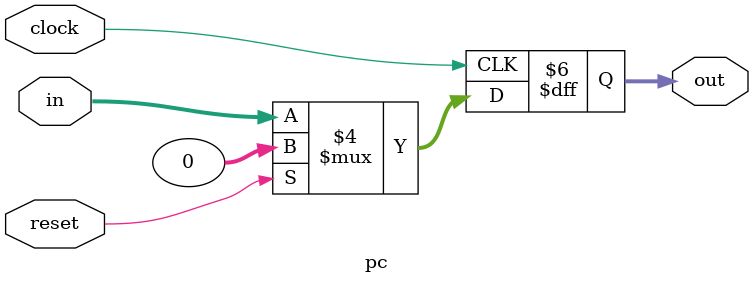
<source format=v>
module pc(in,out,clock,reset);
input [31:0] in;
input clock,reset ;
output[31:0] out ;
reg [31:0] out;
wire [31:0] in;
initial 
begin 
out<=32'b0;
end
 
always @(posedge clock)

begin 
if (reset)
out<=32'b0;
else 
out=in ;
end 
endmodule 

</source>
